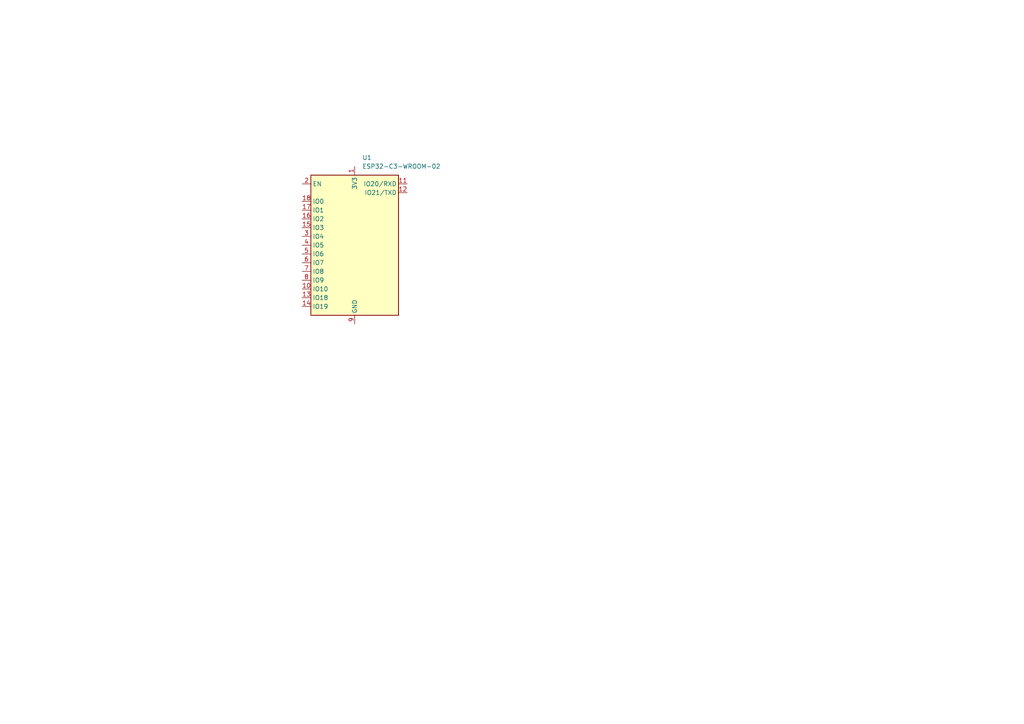
<source format=kicad_sch>
(kicad_sch (version 20231120) (generator "eeschema") (generator_version "8.0")
  (paper "A4")
  (lib_symbols
    (symbol "RF_Module:ESP32-C3-WROOM-02"
      (property "Reference" "U" (at -12.192 21.336 0))
      (property "Value" "ESP32-C3-WROOM-02" (at 12.192 21.336 0))
      (symbol "ESP32-C3-WROOM-02_1_1"
        (rectangle (start -12.7 20.32) (end 12.7 -20.32) (stroke (width 0.254)) (fill (type background)))
        (pin power_in line (at 0 22.86 270) (length 2.54) (name "3V3") (number "1"))
        (pin bidirectional line (at -15.24 -12.7 0) (length 2.54) (name "IO10") (number "10"))
        (pin bidirectional line (at 15.24 17.78 180) (length 2.54) (name "IO20/RXD") (number "11"))
        (pin bidirectional line (at 15.24 15.24 180) (length 2.54) (name "IO21/TXD") (number "12"))
        (pin bidirectional line (at -15.24 -15.24 0) (length 2.54) (name "IO18") (number "13"))
        (pin bidirectional line (at -15.24 -17.78 0) (length 2.54) (name "IO19") (number "14"))
        (pin bidirectional line (at -15.24 5.08 0) (length 2.54) (name "IO3") (number "15"))
        (pin bidirectional line (at -15.24 7.62 0) (length 2.54) (name "IO2") (number "16"))
        (pin bidirectional line (at -15.24 10.16 0) (length 2.54) (name "IO1") (number "17"))
        (pin bidirectional line (at -15.24 12.7 0) (length 2.54) (name "IO0") (number "18"))
        (pin passive line (at 0 -22.86 90) (length 2.54) hide (name "GND") (number "19"))
        (pin input line (at -15.24 17.78 0) (length 2.54) (name "EN") (number "2"))
        (pin bidirectional line (at -15.24 2.54 0) (length 2.54) (name "IO4") (number "3"))
        (pin bidirectional line (at -15.24 0 0) (length 2.54) (name "IO5") (number "4"))
        (pin bidirectional line (at -15.24 -2.54 0) (length 2.54) (name "IO6") (number "5"))
        (pin bidirectional line (at -15.24 -5.08 0) (length 2.54) (name "IO7") (number "6"))
        (pin bidirectional line (at -15.24 -7.62 0) (length 2.54) (name "IO8") (number "7"))
        (pin bidirectional line (at -15.24 -10.16 0) (length 2.54) (name "IO9") (number "8"))
        (pin power_in line (at 0 -22.86 90) (length 2.54) (name "GND") (number "9"))
      )
    )
  )
  (symbol (lib_id "RF_Module:ESP32-C3-WROOM-02") (at 102.87 71.12 0) (unit 1)
    (property "Reference" "U1" (at 105.0641 45.72 0) (effects (justify left)))
    (property "Value" "ESP32-C3-WROOM-02" (at 105.0641 48.26 0) (effects (justify left)))
    (property "Footprint" "RF_Module:ESP32-C3-WROOM-02" (effects (hide yes)))
    (property "Datasheet" "https://www.espressif.com/sites/default/files/documentation/esp32-c3-wroom-02_datasheet_en.pdf" (effects (hide yes)))
    (property "Description" "802.11 b/g/n Wi­Fi and Bluetooth 5 module, ESP32­C3 SoC, RISC­V microprocessor, On-board antenna" (effects (hide yes)))
  )
)
</source>
